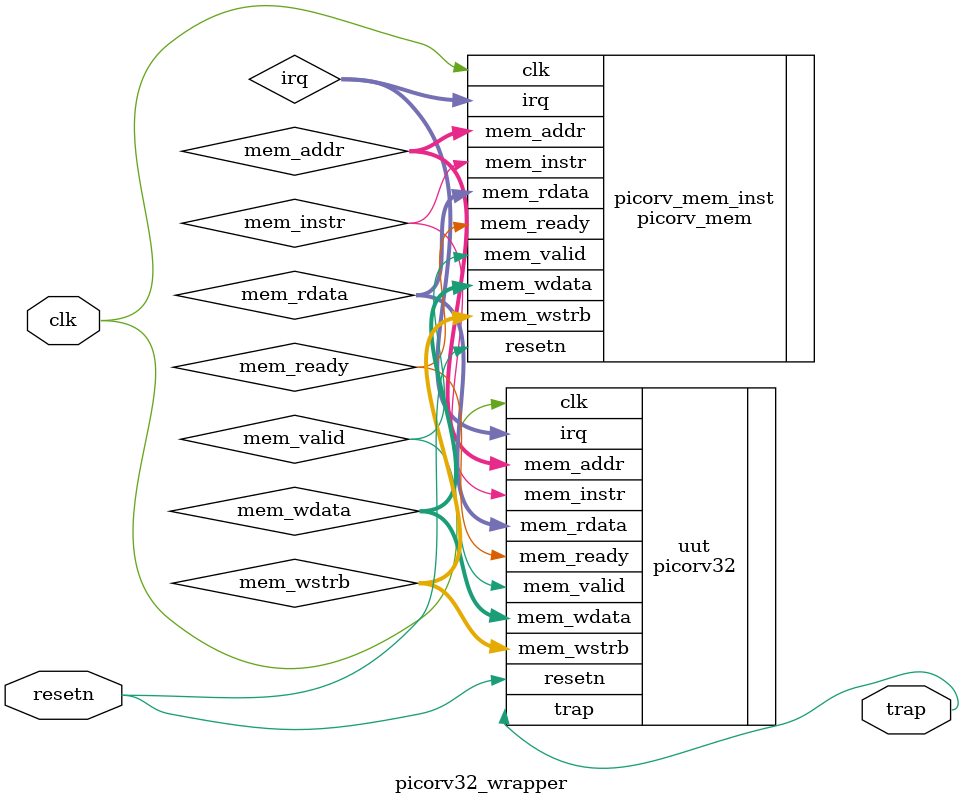
<source format=v>
module picorv32_wrapper#(
  parameter MEM_SIZE = 128*1024/4
  )(
  input clk,
  input resetn,
  output trap
);
  wire mem_valid;
  wire mem_instr;
  wire mem_ready;
  wire [31:0] mem_addr;
  wire [31:0] mem_wdata;
  wire [3:0] mem_wstrb;
  wire [31:0] mem_rdata;
  wire [31:0] irq;



    
	picorv32 #(
	) uut (
	.clk         (clk        ),
	.resetn      (resetn     ),
	.trap        (trap       ),
	.mem_valid   (mem_valid  ),
	.mem_instr   (mem_instr  ),
	.mem_ready   (mem_ready  ),
	.mem_addr    (mem_addr   ),
	.mem_wdata   (mem_wdata  ),
	.mem_wstrb   (mem_wstrb  ),
	.mem_rdata   (mem_rdata  ),
	.irq         (irq        )
	);
	
	picorv_mem#(
        .MEM_SIZE(MEM_SIZE)
	) picorv_mem_inst (
        .clk         (clk),
        .resetn      (resetn     ),
        .mem_valid   (mem_valid  ),
        .mem_instr   (mem_instr  ),
        .mem_ready   (mem_ready  ),
        .mem_addr    (mem_addr   ),
        .mem_wdata   (mem_wdata  ),
        .mem_wstrb   (mem_wstrb  ),
        .mem_rdata   (mem_rdata  ),
        .irq         (irq        )
	); 


endmodule
	

</source>
